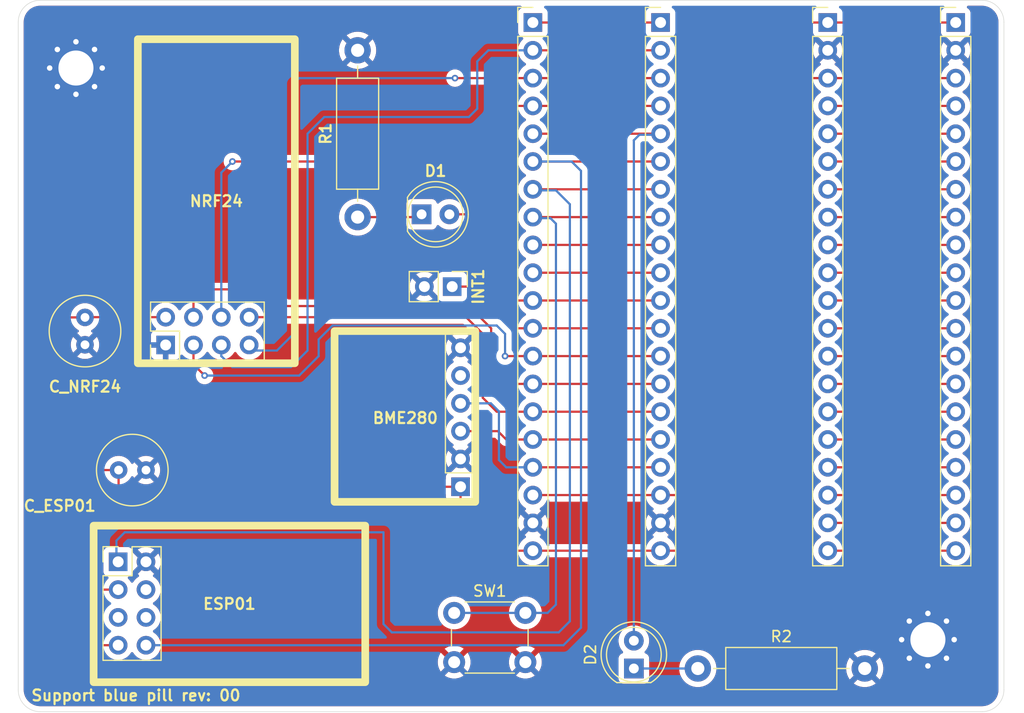
<source format=kicad_pcb>
(kicad_pcb (version 20241229) (generator "pcbnew") (generator_version "9.0")
  (layers (0 "F.Cu" signal) (2 "B.Cu" signal) (13 "F.Paste" user) (15 "B.Paste" user) (5 "F.SilkS" user "F.Silkscreen") (7 "B.SilkS" user "B.Silkscreen") (1 "F.Mask" user) (3 "B.Mask" user) (25 "Edge.Cuts" user))
  (net 0 "")
  (net 1 "/B6")
  (net 2 "/A11")
  (net 3 "/B15")
  (net 4 "/B12")
  (net 5 "/A9")
  (net 6 "/A15")
  (net 7 "/B14")
  (net 8 "/GND")
  (net 9 "/B8")
  (net 10 "/B4")
  (net 11 "/+3V3")
  (net 12 "/B3")
  (net 13 "/+5V")
  (net 14 "/A12")
  (net 15 "/B9")
  (net 16 "/A8")
  (net 17 "/B7")
  (net 18 "/B5")
  (net 19 "/A10")
  (net 20 "/B13")
  (net 21 "/A3")
  (net 22 "/VB")
  (net 23 "/A6")
  (net 24 "/C14")
  (net 25 "/C13")
  (net 26 "/B1")
  (net 27 "/RST")
  (net 28 "/A7")
  (net 29 "/A0")
  (net 30 "/A5")
  (net 31 "/C15")
  (net 32 "/B11")
  (net 33 "/A1")
  (net 34 "/B0")
  (net 35 "/A2")
  (net 36 "/B10")
  (net 37 "/A4")
  (net 39 "Net-(D1-K)")
  (net 43 "Net-(D2-K)")
  (footprint "Capacitor_THT:C_Radial_D6.3mm_H11.0mm_P2.50mm" (layer "F.Cu") (at 100 100 -90)
    (property "Reference" "C_NRF24" (at 6.33 0 180) (layer "F.SilkS") (effects (font (thickness 0.2) (bold yes))))
    (property "Value" "C_Polarized")
    (fp_circle (center 1.25 0) (end 4.52 0) (stroke (width 0.12)) (fill no) (layer "F.SilkS"))
    (pad "1" thru_hole circle (at 0 0 270) (size 1.6 1.6) (drill 0.8) (layers "*.Cu" "*.Mask") (net 11 "/+3V3"))
    (pad "2" thru_hole circle (at 2.5 0 270) (size 1.6 1.6) (drill 0.8) (layers "*.Cu" "*.Mask") (net 8 "/GND"))
  )
  (footprint "Connector_PinHeader_2.54mm:PinHeader_2x04_P2.54mm_Vertical" (layer "F.Cu") (at 107.366 102.52 90)
    (property "Reference" "NRF24" (at 13.136 4.627 180) (layer "F.SilkS") (effects (font (thickness 0.2) (bold yes))))
    (property "Value" "Conn_02x04_Odd_Even")
    (fp_line (start 3.92 -1.38) (end 3.92 9) (stroke (width 0.12)) (layer "F.SilkS"))
    (fp_line (start 1.27 -1.38) (end 3.92 -1.38) (stroke (width 0.12)) (layer "F.SilkS"))
    (fp_line (start -1.38 -1.38) (end 0 -1.38) (stroke (width 0.12)) (layer "F.SilkS"))
    (fp_line (start -1.38 0) (end -1.38 -1.38) (stroke (width 0.12)) (layer "F.SilkS"))
    (fp_line (start 1.27 1.27) (end 1.27 -1.38) (stroke (width 0.12)) (layer "F.SilkS"))
    (fp_line (start -1.38 1.27) (end 1.27 1.27) (stroke (width 0.12)) (layer "F.SilkS"))
    (fp_line (start -1.38 1.27) (end -1.38 9) (stroke (width 0.12)) (layer "F.SilkS"))
    (fp_line (start -1.38 9) (end 3.92 9) (stroke (width 0.12)) (layer "F.SilkS"))
    (pad "1" thru_hole rect (at 0 0 90) (size 1.7 1.7) (drill 1) (layers "*.Cu" "*.Mask") (net 8 "/GND"))
    (pad "2" thru_hole circle (at 2.54 0 90) (size 1.7 1.7) (drill 1) (layers "*.Cu" "*.Mask") (net 11 "/+3V3"))
    (pad "3" thru_hole circle (at 0 2.54 90) (size 1.7 1.7) (drill 1) (layers "*.Cu" "*.Mask") (net 18 "/B5"))
    (pad "4" thru_hole circle (at 2.54 2.54 90) (size 1.7 1.7) (drill 1) (layers "*.Cu" "*.Mask") (net 1 "/B6"))
    (pad "5" thru_hole circle (at 0 5.08 90) (size 1.7 1.7) (drill 1) (layers "*.Cu" "*.Mask") (net 20 "/B13"))
    (pad "6" thru_hole circle (at 2.54 5.08 90) (size 1.7 1.7) (drill 1) (layers "*.Cu" "*.Mask") (net 3 "/B15"))
    (pad "7" thru_hole circle (at 0 7.62 90) (size 1.7 1.7) (drill 1) (layers "*.Cu" "*.Mask") (net 7 "/B14"))
    (pad "8" thru_hole circle (at 2.54 7.62 90) (size 1.7 1.7) (drill 1) (layers "*.Cu" "*.Mask") (net 17 "/B7"))
  )
  (footprint "Capacitor_THT:C_Radial_D6.3mm_H11.0mm_P2.50mm" (layer "F.Cu") (at 105.568 113.95 180)
    (property "Reference" "C_ESP01" (at 7.874 -3.27 0) (layer "F.SilkS") (effects (font (thickness 0.2) (bold yes))))
    (property "Value" "C_Polarized")
    (fp_circle (center 1.25 0) (end 4.52 0) (stroke (width 0.12)) (fill no) (layer "F.SilkS"))
    (pad "1" thru_hole circle (at 0 0 180) (size 1.6 1.6) (drill 0.8) (layers "*.Cu" "*.Mask") (net 8 "/GND"))
    (pad "2" thru_hole circle (at 2.5 0 180) (size 1.6 1.6) (drill 0.8) (layers "*.Cu" "*.Mask") (net 11 "/+3V3"))
  )
  (footprint "Connector_PinHeader_2.54mm:PinHeader_1x20_P2.54mm_Vertical" (layer "F.Cu") (at 140.894 73.056)
    (property "Reference" "test_pin1" (hide yes))
    (property "Value" "Conn_01x20_Pin")
    (fp_line (start -1.38 -1.38) (end 0 -1.38) (stroke (width 0.12)) (layer "F.SilkS"))
    (fp_line (start -1.38 0) (end -1.38 -1.38) (stroke (width 0.12)) (layer "F.SilkS"))
    (fp_line (start -1.38 1.27) (end -1.38 49.64) (stroke (width 0.12)) (layer "F.SilkS"))
    (fp_line (start -1.38 1.27) (end 1.38 1.27) (stroke (width 0.12)) (layer "F.SilkS"))
    (fp_line (start -1.38 49.64) (end 1.38 49.64) (stroke (width 0.12)) (layer "F.SilkS"))
    (fp_line (start 1.38 1.27) (end 1.38 49.64) (stroke (width 0.12)) (layer "F.SilkS"))
    (pad "1" thru_hole rect (at 0 0) (size 1.7 1.7) (drill 1) (layers "*.Cu" "*.Mask") (net 4 "/B12"))
    (pad "2" thru_hole circle (at 0 2.54) (size 1.7 1.7) (drill 1) (layers "*.Cu" "*.Mask") (net 20 "/B13"))
    (pad "3" thru_hole circle (at 0 5.08) (size 1.7 1.7) (drill 1) (layers "*.Cu" "*.Mask") (net 7 "/B14"))
    (pad "4" thru_hole circle (at 0 7.62) (size 1.7 1.7) (drill 1) (layers "*.Cu" "*.Mask") (net 3 "/B15"))
    (pad "5" thru_hole circle (at 0 10.16) (size 1.7 1.7) (drill 1) (layers "*.Cu" "*.Mask") (net 16 "/A8"))
    (pad "6" thru_hole circle (at 0 12.7) (size 1.7 1.7) (drill 1) (layers "*.Cu" "*.Mask") (net 5 "/A9"))
    (pad "7" thru_hole circle (at 0 15.24) (size 1.7 1.7) (drill 1) (layers "*.Cu" "*.Mask") (net 19 "/A10"))
    (pad "8" thru_hole circle (at 0 17.78) (size 1.7 1.7) (drill 1) (layers "*.Cu" "*.Mask") (net 2 "/A11"))
    (pad "9" thru_hole circle (at 0 20.32) (size 1.7 1.7) (drill 1) (layers "*.Cu" "*.Mask") (net 14 "/A12"))
    (pad "10" thru_hole circle (at 0 22.86) (size 1.7 1.7) (drill 1) (layers "*.Cu" "*.Mask") (net 6 "/A15"))
    (pad "11" thru_hole circle (at 0 25.4) (size 1.7 1.7) (drill 1) (layers "*.Cu" "*.Mask") (net 12 "/B3"))
    (pad "12" thru_hole circle (at 0 27.94) (size 1.7 1.7) (drill 1) (layers "*.Cu" "*.Mask") (net 10 "/B4"))
    (pad "13" thru_hole circle (at 0 30.48) (size 1.7 1.7) (drill 1) (layers "*.Cu" "*.Mask") (net 18 "/B5"))
    (pad "14" thru_hole circle (at 0 33.02) (size 1.7 1.7) (drill 1) (layers "*.Cu" "*.Mask") (net 1 "/B6"))
    (pad "15" thru_hole circle (at 0 35.56) (size 1.7 1.7) (drill 1) (layers "*.Cu" "*.Mask") (net 17 "/B7"))
    (pad "16" thru_hole circle (at 0 38.1) (size 1.7 1.7) (drill 1) (layers "*.Cu" "*.Mask") (net 9 "/B8"))
    (pad "17" thru_hole circle (at 0 40.64) (size 1.7 1.7) (drill 1) (layers "*.Cu" "*.Mask") (net 15 "/B9"))
    (pad "18" thru_hole circle (at 0 43.18) (size 1.7 1.7) (drill 1) (layers "*.Cu" "*.Mask") (net 13 "/+5V"))
    (pad "19" thru_hole circle (at 0 45.72) (size 1.7 1.7) (drill 1) (layers "*.Cu" "*.Mask") (net 8 "/GND"))
    (pad "20" thru_hole circle (at 0 48.26) (size 1.7 1.7) (drill 1) (layers "*.Cu" "*.Mask") (net 11 "/+3V3"))
  )
  (footprint "MountingHole:MountingHole_3.2mm_M3_Pad_Via" (layer "F.Cu") (at 176.962 129.444)
    (property "Reference" "H2" (hide yes))
    (property "Value" "MountingHole_Pad")
    (pad "1" thru_hole circle (at -2.4 0) (size 0.8 0.8) (drill 0.5) (layers "*.Cu" "*.Mask") (net 8 "/GND"))
    (pad "1" thru_hole circle (at -1.697056 -1.697056) (size 0.8 0.8) (drill 0.5) (layers "*.Cu" "*.Mask") (net 8 "/GND"))
    (pad "1" thru_hole circle (at -1.697056 1.697056) (size 0.8 0.8) (drill 0.5) (layers "*.Cu" "*.Mask") (net 8 "/GND"))
    (pad "1" thru_hole circle (at 0 -2.4) (size 0.8 0.8) (drill 0.5) (layers "*.Cu" "*.Mask") (net 8 "/GND"))
    (pad "1" thru_hole circle (at 0 0) (size 6.4 6.4) (drill 3.2) (layers "*.Cu" "*.Mask") (net 8 "/GND"))
    (pad "1" thru_hole circle (at 0 2.4) (size 0.8 0.8) (drill 0.5) (layers "*.Cu" "*.Mask") (net 8 "/GND"))
    (pad "1" thru_hole circle (at 1.697056 -1.697056) (size 0.8 0.8) (drill 0.5) (layers "*.Cu" "*.Mask") (net 8 "/GND"))
    (pad "1" thru_hole circle (at 1.697056 1.697056) (size 0.8 0.8) (drill 0.5) (layers "*.Cu" "*.Mask") (net 8 "/GND"))
    (pad "1" thru_hole circle (at 2.4 0) (size 0.8 0.8) (drill 0.5) (layers "*.Cu" "*.Mask") (net 8 "/GND"))
  )
  (footprint "Resistor_THT:R_Axial_DIN0411_L9.9mm_D3.6mm_P15.24mm_Horizontal" (layer "F.Cu") (at 155.956 132.08)
    (property "Reference" "R2" (at 7.62 -2.92 0) (layer "F.SilkS"))
    (property "Value" "R")
    (fp_line (start 1.44 0) (end 2.55 0) (stroke (width 0.12)) (layer "F.SilkS"))
    (fp_line (start 13.8 0) (end 12.69 0) (stroke (width 0.12)) (layer "F.SilkS"))
    (fp_rect (start 2.55 -1.92) (end 12.69 1.92) (stroke (width 0.12)) (fill no) (layer "F.SilkS"))
    (pad "1" thru_hole circle (at 0 0) (size 2.4 2.4) (drill 1.2) (layers "*.Cu" "*.Mask") (net 43 "Net-(D2-K)"))
    (pad "2" thru_hole circle (at 15.24 0) (size 2.4 2.4) (drill 1.2) (layers "*.Cu" "*.Mask") (net 8 "/GND"))
  )
  (footprint "Connector_PinHeader_2.54mm:PinHeader_1x02_P2.54mm_Vertical" (layer "F.Cu") (at 133.528 97.186 -90)
    (property "Reference" "INT1" (at 0 -2.38 90) (layer "F.SilkS") (effects (font (thickness 0.2) (bold yes))))
    (property "Value" "Conn_01x02_Pin")
    (fp_line (start -1.38 3.92) (end 1.38 3.92) (stroke (width 0.12)) (layer "F.SilkS"))
    (fp_line (start -1.38 1.27) (end -1.38 3.92) (stroke (width 0.12)) (layer "F.SilkS"))
    (fp_line (start -1.38 1.27) (end 1.38 1.27) (stroke (width 0.12)) (layer "F.SilkS"))
    (fp_line (start 1.38 1.27) (end 1.38 3.92) (stroke (width 0.12)) (layer "F.SilkS"))
    (fp_line (start -1.38 0) (end -1.38 -1.38) (stroke (width 0.12)) (layer "F.SilkS"))
    (fp_line (start -1.38 -1.38) (end 0 -1.38) (stroke (width 0.12)) (layer "F.SilkS"))
    (pad "1" thru_hole rect (at 0 0 270) (size 1.7 1.7) (drill 1) (layers "*.Cu" "*.Mask") (net 10 "/B4"))
    (pad "2" thru_hole circle (at 0 2.54 270) (size 1.7 1.7) (drill 1) (layers "*.Cu" "*.Mask") (net 8 "/GND"))
  )
  (footprint "MountingHole:MountingHole_3.2mm_M3_Pad_Via" (layer "F.Cu") (at 99.174 77.216)
    (property "Reference" "H1" (hide yes))
    (property "Value" "MountingHole_Pad")
    (pad "1" thru_hole circle (at -2.4 0) (size 0.8 0.8) (drill 0.5) (layers "*.Cu" "*.Mask") (net 8 "/GND"))
    (pad "1" thru_hole circle (at -1.697056 -1.697056) (size 0.8 0.8) (drill 0.5) (layers "*.Cu" "*.Mask") (net 8 "/GND"))
    (pad "1" thru_hole circle (at -1.697056 1.697056) (size 0.8 0.8) (drill 0.5) (layers "*.Cu" "*.Mask") (net 8 "/GND"))
    (pad "1" thru_hole circle (at 0 -2.4) (size 0.8 0.8) (drill 0.5) (layers "*.Cu" "*.Mask") (net 8 "/GND"))
    (pad "1" thru_hole circle (at 0 0) (size 6.4 6.4) (drill 3.2) (layers "*.Cu" "*.Mask") (net 8 "/GND"))
    (pad "1" thru_hole circle (at 0 2.4) (size 0.8 0.8) (drill 0.5) (layers "*.Cu" "*.Mask") (net 8 "/GND"))
    (pad "1" thru_hole circle (at 1.697056 -1.697056) (size 0.8 0.8) (drill 0.5) (layers "*.Cu" "*.Mask") (net 8 "/GND"))
    (pad "1" thru_hole circle (at 1.697056 1.697056) (size 0.8 0.8) (drill 0.5) (layers "*.Cu" "*.Mask") (net 8 "/GND"))
    (pad "1" thru_hole circle (at 2.4 0) (size 0.8 0.8) (drill 0.5) (layers "*.Cu" "*.Mask") (net 8 "/GND"))
  )
  (footprint "Resistor_THT:R_Axial_DIN0411_L9.9mm_D3.6mm_P15.24mm_Horizontal" (layer "F.Cu") (at 124.892 90.836 90)
    (property "Reference" "R1" (at 7.62 -2.92 90) (layer "F.SilkS") (effects (font (thickness 0.2) (bold yes))))
    (property "Value" "R")
    (fp_line (start 13.8 0) (end 12.69 0) (stroke (width 0.12)) (layer "F.SilkS"))
    (fp_line (start 1.44 0) (end 2.55 0) (stroke (width 0.12)) (layer "F.SilkS"))
    (fp_rect (start 2.55 -1.92) (end 12.69 1.92) (stroke (width 0.12)) (fill no) (layer "F.SilkS"))
    (pad "1" thru_hole circle (at 0 0 90) (size 2.4 2.4) (drill 1.2) (layers "*.Cu" "*.Mask") (net 39 "Net-(D1-K)"))
    (pad "2" thru_hole circle (at 15.24 0 90) (size 2.4 2.4) (drill 1.2) (layers "*.Cu" "*.Mask") (net 8 "/GND"))
  )
  (footprint "Connector_PinHeader_2.54mm:PinHeader_1x20_P2.54mm_Vertical" (layer "F.Cu") (at 179.502 73.056)
    (property "Reference" "test_pin2" (hide yes))
    (property "Value" "Conn_01x20_Pin")
    (fp_line (start -1.38 -1.38) (end 0 -1.38) (stroke (width 0.12)) (layer "F.SilkS"))
    (fp_line (start -1.38 0) (end -1.38 -1.38) (stroke (width 0.12)) (layer "F.SilkS"))
    (fp_line (start -1.38 1.27) (end -1.38 49.64) (stroke (width 0.12)) (layer "F.SilkS"))
    (fp_line (start -1.38 1.27) (end 1.38 1.27) (stroke (width 0.12)) (layer "F.SilkS"))
    (fp_line (start -1.38 49.64) (end 1.38 49.64) (stroke (width 0.12)) (layer "F.SilkS"))
    (fp_line (start 1.38 1.27) (end 1.38 49.64) (stroke (width 0.12)) (layer "F.SilkS"))
    (pad "1" thru_hole rect (at 0 0) (size 1.7 1.7) (drill 1) (layers "*.Cu" "*.Mask") (net 13 "/+5V"))
    (pad "2" thru_hole circle (at 0 2.54) (size 1.7 1.7) (drill 1) (layers "*.Cu" "*.Mask") (net 8 "/GND"))
    (pad "3" thru_hole circle (at 0 5.08) (size 1.7 1.7) (drill 1) (layers "*.Cu" "*.Mask") (net 11 "/+3V3"))
    (pad "4" thru_hole circle (at 0 7.62) (size 1.7 1.7) (drill 1) (layers "*.Cu" "*.Mask") (net 27 "/RST"))
    (pad "5" thru_hole circle (at 0 10.16) (size 1.7 1.7) (drill 1) (layers "*.Cu" "*.Mask") (net 32 "/B11"))
    (pad "6" thru_hole circle (at 0 12.7) (size 1.7 1.7) (drill 1) (layers "*.Cu" "*.Mask") (net 36 "/B10"))
    (pad "7" thru_hole circle (at 0 15.24) (size 1.7 1.7) (drill 1) (layers "*.Cu" "*.Mask") (net 26 "/B1"))
    (pad "8" thru_hole circle (at 0 17.78) (size 1.7 1.7) (drill 1) (layers "*.Cu" "*.Mask") (net 34 "/B0"))
    (pad "9" thru_hole circle (at 0 20.32) (size 1.7 1.7) (drill 1) (layers "*.Cu" "*.Mask") (net 28 "/A7"))
    (pad "10" thru_hole circle (at 0 22.86) (size 1.7 1.7) (drill 1) (layers "*.Cu" "*.Mask") (net 23 "/A6"))
    (pad "11" thru_hole circle (at 0 25.4) (size 1.7 1.7) (drill 1) (layers "*.Cu" "*.Mask") (net 30 "/A5"))
    (pad "12" thru_hole circle (at 0 27.94) (size 1.7 1.7) (drill 1) (layers "*.Cu" "*.Mask") (net 37 "/A4"))
    (pad "13" thru_hole circle (at 0 30.48) (size 1.7 1.7) (drill 1) (layers "*.Cu" "*.Mask") (net 21 "/A3"))
    (pad "14" thru_hole circle (at 0 33.02) (size 1.7 1.7) (drill 1) (layers "*.Cu" "*.Mask") (net 35 "/A2"))
    (pad "15" thru_hole circle (at 0 35.56) (size 1.7 1.7) (drill 1) (layers "*.Cu" "*.Mask") (net 33 "/A1"))
    (pad "16" thru_hole circle (at 0 38.1) (size 1.7 1.7) (drill 1) (layers "*.Cu" "*.Mask") (net 29 "/A0"))
    (pad "17" thru_hole circle (at 0 40.64) (size 1.7 1.7) (drill 1) (layers "*.Cu" "*.Mask") (net 31 "/C15"))
    (pad "18" thru_hole circle (at 0 43.18) (size 1.7 1.7) (drill 1) (layers "*.Cu" "*.Mask") (net 24 "/C14"))
    (pad "19" thru_hole circle (at 0 45.72) (size 1.7 1.7) (drill 1) (layers "*.Cu" "*.Mask") (net 25 "/C13"))
    (pad "20" thru_hole circle (at 0 48.26) (size 1.7 1.7) (drill 1) (layers "*.Cu" "*.Mask") (net 22 "/VB"))
  )
  (footprint "Button_Switch_THT:SW_PUSH_6mm_H5mm" (layer "F.Cu") (at 133.708 127)
    (property "Reference" "SW1" (at 3.25 -2 0) (layer "F.SilkS"))
    (property "Value" "SW_Push")
    (fp_line (start -0.25 1.5) (end -0.25 3) (stroke (width 0.12)) (layer "F.SilkS"))
    (fp_line (start 1 5.5) (end 5.5 5.5) (stroke (width 0.12)) (layer "F.SilkS"))
    (fp_line (start 5.5 -1) (end 1 -1) (stroke (width 0.12)) (layer "F.SilkS"))
    (fp_line (start 6.75 3) (end 6.75 1.5) (stroke (width 0.12)) (layer "F.SilkS"))
    (pad "1" thru_hole circle (at 0 0 90) (size 2 2) (drill 1.1) (layers "*.Cu" "*.Mask") (net 2 "/A11"))
    (pad "1" thru_hole circle (at 6.5 0 90) (size 2 2) (drill 1.1) (layers "*.Cu" "*.Mask") (net 2 "/A11"))
    (pad "2" thru_hole circle (at 0 4.5 90) (size 2 2) (drill 1.1) (layers "*.Cu" "*.Mask") (net 8 "/GND"))
    (pad "2" thru_hole circle (at 6.5 4.5 90) (size 2 2) (drill 1.1) (layers "*.Cu" "*.Mask") (net 8 "/GND"))
  )
  (footprint "Connector_PinHeader_2.54mm:PinHeader_1x20_P2.54mm_Vertical" (layer "F.Cu") (at 167.818 73.056)
    (property "Reference" "blue_pill_pin2" (hide yes))
    (property "Value" "Conn_01x20_Pin")
    (fp_line (start -1.38 -1.38) (end 0 -1.38) (stroke (width 0.12)) (layer "F.SilkS"))
    (fp_line (start -1.38 0) (end -1.38 -1.38) (stroke (width 0.12)) (layer "F.SilkS"))
    (fp_line (start -1.38 1.27) (end -1.38 49.64) (stroke (width 0.12)) (layer "F.SilkS"))
    (fp_line (start -1.38 1.27) (end 1.38 1.27) (stroke (width 0.12)) (layer "F.SilkS"))
    (fp_line (start -1.38 49.64) (end 1.38 49.64) (stroke (width 0.12)) (layer "F.SilkS"))
    (fp_line (start 1.38 1.27) (end 1.38 49.64) (stroke (width 0.12)) (layer "F.SilkS"))
    (pad "1" thru_hole rect (at 0 0) (size 1.7 1.7) (drill 1) (layers "*.Cu" "*.Mask") (net 13 "/+5V"))
    (pad "2" thru_hole circle (at 0 2.54) (size 1.7 1.7) (drill 1) (layers "*.Cu" "*.Mask") (net 8 "/GND"))
    (pad "3" thru_hole circle (at 0 5.08) (size 1.7 1.7) (drill 1) (layers "*.Cu" "*.Mask") (net 11 "/+3V3"))
    (pad "4" thru_hole circle (at 0 7.62) (size 1.7 1.7) (drill 1) (layers "*.Cu" "*.Mask") (net 27 "/RST"))
    (pad "5" thru_hole circle (at 0 10.16) (size 1.7 1.7) (drill 1) (layers "*.Cu" "*.Mask") (net 32 "/B11"))
    (pad "6" thru_hole circle (at 0 12.7) (size 1.7 1.7) (drill 1) (layers "*.Cu" "*.Mask") (net 36 "/B10"))
    (pad "7" thru_hole circle (at 0 15.24) (size 1.7 1.7) (drill 1) (layers "*.Cu" "*.Mask") (net 26 "/B1"))
    (pad "8" thru_hole circle (at 0 17.78) (size 1.7 1.7) (drill 1) (layers "*.Cu" "*.Mask") (net 34 "/B0"))
    (pad "9" thru_hole circle (at 0 20.32) (size 1.7 1.7) (drill 1) (layers "*.Cu" "*.Mask") (net 28 "/A7"))
    (pad "10" thru_hole circle (at 0 22.86) (size 1.7 1.7) (drill 1) (layers "*.Cu" "*.Mask") (net 23 "/A6"))
    (pad "11" thru_hole circle (at 0 25.4) (size 1.7 1.7) (drill 1) (layers "*.Cu" "*.Mask") (net 30 "/A5"))
    (pad "12" thru_hole circle (at 0 27.94) (size 1.7 1.7) (drill 1) (layers "*.Cu" "*.Mask") (net 37 "/A4"))
    (pad "13" thru_hole circle (at 0 30.48) (size 1.7 1.7) (drill 1) (layers "*.Cu" "*.Mask") (net 21 "/A3"))
    (pad "14" thru_hole circle (at 0 33.02) (size 1.7 1.7) (drill 1) (layers "*.Cu" "*.Mask") (net 35 "/A2"))
    (pad "15" thru_hole circle (at 0 35.56) (size 1.7 1.7) (drill 1) (layers "*.Cu" "*.Mask") (net 33 "/A1"))
    (pad "16" thru_hole circle (at 0 38.1) (size 1.7 1.7) (drill 1) (layers "*.Cu" "*.Mask") (net 29 "/A0"))
    (pad "17" thru_hole circle (at 0 40.64) (size 1.7 1.7) (drill 1) (layers "*.Cu" "*.Mask") (net 31 "/C15"))
    (pad "18" thru_hole circle (at 0 43.18) (size 1.7 1.7) (drill 1) (layers "*.Cu" "*.Mask") (net 24 "/C14"))
    (pad "19" thru_hole circle (at 0 45.72) (size 1.7 1.7) (drill 1) (layers "*.Cu" "*.Mask") (net 25 "/C13"))
    (pad "20" thru_hole circle (at 0 48.26) (size 1.7 1.7) (drill 1) (layers "*.Cu" "*.Mask") (net 22 "/VB"))
  )
  (footprint "LED_THT:LED_D5.0mm" (layer "F.Cu") (at 130.734 90.582)
    (property "Reference" "D1" (at 1.27 -3.96 0) (layer "F.SilkS") (effects (font (thickness 0.2) (bold yes))))
    (property "Value" "LED")
    (fp_line (start -1.29 -1.545) (end -1.29 1.545) (stroke (width 0.12)) (layer "F.SilkS"))
    (fp_arc (start -1.29 -1.54483) (mid 2.071779 -2.880495) (end 4.26 0) (stroke (width 0.12)) (layer "F.SilkS"))
    (fp_arc (start 4.26 0) (mid 2.071779 2.880495) (end -1.29 1.54483) (stroke (width 0.12)) (layer "F.SilkS"))
    (fp_circle (center 1.27 0) (end 3.77 0) (stroke (width 0.12)) (fill no) (layer "F.SilkS"))
    (pad "1" thru_hole rect (at 0 0) (size 1.8 1.8) (drill 0.9) (layers "*.Cu" "*.Mask") (net 39 "Net-(D1-K)"))
    (pad "2" thru_hole circle (at 2.54 0) (size 1.8 1.8) (drill 0.9) (layers "*.Cu" "*.Mask") (net 12 "/B3"))
  )
  (footprint "Connector_PinHeader_2.54mm:PinHeader_1x20_P2.54mm_Vertical" (layer "F.Cu") (at 152.5526 73.056)
    (property "Reference" "blue_pill_pin1" (hide yes))
    (property "Value" "Conn_01x20_Pin")
    (fp_line (start -1.38 -1.38) (end 0 -1.38) (stroke (width 0.12)) (layer "F.SilkS"))
    (fp_line (start -1.38 0) (end -1.38 -1.38) (stroke (width 0.12)) (layer "F.SilkS"))
    (fp_line (start -1.38 1.27) (end -1.38 49.64) (stroke (width 0.12)) (layer "F.SilkS"))
    (fp_line (start -1.38 1.27) (end 1.38 1.27) (stroke (width 0.12)) (layer "F.SilkS"))
    (fp_line (start -1.38 49.64) (end 1.38 49.64) (stroke (width 0.12)) (layer "F.SilkS"))
    (fp_line (start 1.38 1.27) (end 1.38 49.64) (stroke (width 0.12)) (layer "F.SilkS"))
    (pad "1" thru_hole rect (at 0 0) (size 1.7 1.7) (drill 1) (layers "*.Cu" "*.Mask") (net 4 "/B12"))
    (pad "2" thru_hole circle (at 0 2.54) (size 1.7 1.7) (drill 1) (layers "*.Cu" "*.Mask") (net 20 "/B13"))
    (pad "3" thru_hole circle (at 0 5.08) (size 1.7 1.7) (drill 1) (layers "*.Cu" "*.Mask") (net 7 "/B14"))
    (pad "4" thru_hole circle (at 0 7.62) (size 1.7 1.7) (drill 1) (layers "*.Cu" "*.Mask") (net 3 "/B15"))
    (pad "5" thru_hole circle (at 0 10.16) (size 1.7 1.7) (drill 1) (layers "*.Cu" "*.Mask") (net 16 "/A8"))
    (pad "6" thru_hole circle (at 0 12.7) (size 1.7 1.7) (drill 1) (layers "*.Cu" "*.Mask") (net 5 "/A9"))
    (pad "7" thru_hole circle (at 0 15.24) (size 1.7 1.7) (drill 1) (layers "*.Cu" "*.Mask") (net 19 "/A10"))
    (pad "8" thru_hole circle (at 0 17.78) (size 1.7 1.7) (drill 1) (layers "*.Cu" "*.Mask") (net 2 "/A11"))
    (pad "9" thru_hole circle (at 0 20.32) (size 1.7 1.7) (drill 1) (layers "*.Cu" "*.Mask") (net 14 "/A12"))
    (pad "10" thru_hole circle (at 0 22.86) (size 1.7 1.7) (drill 1) (layers "*.Cu" "*.Mask") (net 6 "/A15"))
    (pad "11" thru_hole circle (at 0 25.4) (size 1.7 1.7) (drill 1) (layers "*.Cu" "*.Mask") (net 12 "/B3"))
    (pad "12" thru_hole circle (at 0 27.94) (size 1.7 1.7) (drill 1) (layers "*.Cu" "*.Mask") (net 10 "/B4"))
    (pad "13" thru_hole circle (at 0 30.48) (size 1.7 1.7) (drill 1) (layers "*.Cu" "*.Mask") (net 18 "/B5"))
    (pad "14" thru_hole circle (at 0 33.02) (size 1.7 1.7) (drill 1) (layers "*.Cu" "*.Mask") (net 1 "/B6"))
    (pad "15" thru_hole circle (at 0 35.56) (size 1.7 1.7) (drill 1) (layers "*.Cu" "*.Mask") (net 17 "/B7"))
    (pad "16" thru_hole circle (at 0 38.1) (size 1.7 1.7) (drill 1) (layers "*.Cu" "*.Mask") (net 9 "/B8"))
    (pad "17" thru_hole circle (at 0 40.64) (size 1.7 1.7) (drill 1) (layers "*.Cu" "*.Mask") (net 15 "/B9"))
    (pad "18" thru_hole circle (at 0 43.18) (size 1.7 1.7) (drill 1) (layers "*.Cu" "*.Mask") (net 13 "/+5V"))
    (pad "19" thru_hole circle (at 0 45.72) (size 1.7 1.7) (drill 1) (layers "*.Cu" "*.Mask") (net 8 "/GND"))
    (pad "20" thru_hole circle (at 0 48.26) (size 1.7 1.7) (drill 1) (layers "*.Cu" "*.Mask") (net 11 "/+3V3"))
  )
  (footprint "Connector_PinHeader_2.54mm:PinHeader_1x06_P2.54mm_Vertical" (layer "F.Cu") (at 134.29 115.474 180)
    (property "Reference" "BME280" (at 5.042 6.278 0) (layer "F.SilkS") (effects (font (thickness 0.2) (bold yes))))
    (property "Value" "Conn_01x06_Pin")
    (fp_line (start 1.38 1.27) (end 1.38 14.08) (stroke (width 0.12)) (layer "F.SilkS"))
    (fp_line (start -1.38 14.08) (end 1.38 14.08) (stroke (width 0.12)) (layer "F.SilkS"))
    (fp_line (start -1.38 1.27) (end 1.38 1.27) (stroke (width 0.12)) (layer "F.SilkS"))
    (fp_line (start -1.38 1.27) (end -1.38 14.08) (stroke (width 0.12)) (layer "F.SilkS"))
    (fp_line (start -1.38 0) (end -1.38 -1.38) (stroke (width 0.12)) (layer "F.SilkS"))
    (fp_line (start -1.38 -1.38) (end 0 -1.38) (stroke (width 0.12)) (layer "F.SilkS"))
    (pad "1" thru_hole rect (at 0 0 180) (size 1.7 1.7) (drill 1) (layers "*.Cu" "*.Mask") (net 11 "/+3V3"))
    (pad "2" thru_hole circle (at 0 2.54 180) (size 1.7 1.7) (drill 1) (layers "*.Cu" "*.Mask") (net 8 "/GND"))
    (pad "3" thru_hole circle (at 0 5.08 180) (size 1.7 1.7) (drill 1) (layers "*.Cu" "*.Mask") (net 9 "/B8"))
    (pad "4" thru_hole circle (at 0 7.62 180) (size 1.7 1.7) (drill 1) (layers "*.Cu" "*.Mask") (net 15 "/B9"))
    (pad "5" thru_hole circle (at 0 10.16 180) (size 1.7 1.7) (drill 1) (layers "*.Cu" "*.Mask"))
    (pad "6" thru_hole circle (at 0 12.7 180) (size 1.7 1.7) (drill 1) (layers "*.Cu" "*.Mask") (net 8 "/GND"))
  )
  (footprint "LED_THT:LED_D5.0mm" (layer "F.Cu") (at 150.114 132.08 90)
    (property "Reference" "D2" (at 1.27 -3.96 90) (layer "F.SilkS"))
    (property "Value" "LED")
    (fp_line (start -1.29 -1.545) (end -1.29 1.545) (stroke (width 0.12)) (layer "F.SilkS"))
    (fp_arc (start -1.29 -1.54483) (mid 2.071779 -2.880495) (end 4.26 0) (stroke (width 0.12)) (layer "F.SilkS"))
    (fp_arc (start 4.26 0) (mid 2.071779 2.880495) (end -1.29 1.54483) (stroke (width 0.12)) (layer "F.SilkS"))
    (fp_circle (center 1.27 0) (end 3.77 0) (stroke (width 0.12)) (fill no) (layer "F.SilkS"))
    (pad "1" thru_hole rect (at 0 0 90) (size 1.8 1.8) (drill 0.9) (layers "*.Cu" "*.Mask") (net 43 "Net-(D2-K)"))
    (pad "2" thru_hole circle (at 2.54 0 90) (size 1.8 1.8) (drill 0.9) (layers "*.Cu" "*.Mask") (net 16 "/A8"))
  )
  (footprint "Connector_PinHeader_2.54mm:PinHeader_2x04_P2.54mm_Vertical" (layer "F.Cu") (at 103.028 122.332)
    (property "Reference" "ESP01" (at 10.16 3.848 0) (layer "F.SilkS") (effects (font (thickness 0.2) (bold yes))))
    (property "Value" "Conn_02x04_Odd_Even")
    (fp_line (start -1.38 -1.38) (end 0 -1.38) (stroke (width 0.12)) (layer "F.SilkS"))
    (fp_line (start -1.38 0) (end -1.38 -1.38) (stroke (width 0.12)) (layer "F.SilkS"))
    (fp_line (start -1.38 1.27) (end -1.38 9) (stroke (width 0.12)) (layer "F.SilkS"))
    (fp_line (start -1.38 1.27) (end 1.27 1.27) (stroke (width 0.12)) (layer "F.SilkS"))
    (fp_line (start -1.38 9) (end 3.92 9) (stroke (width 0.12)) (layer "F.SilkS"))
    (fp_line (start 1.27 -1.38) (end 3.92 -1.38) (stroke (width 0.12)) (layer "F.SilkS"))
    (fp_line (start 1.27 1.27) (end 1.27 -1.38) (stroke (width 0.12)) (layer "F.SilkS"))
    (fp_line (start 3.92 -1.38) (end 3.92 9) (stroke (width 0.12)) (layer "F.SilkS"))
    (pad "1" thru_hole rect (at 0 0) (size 1.7 1.7) (drill 1) (layers "*.Cu" "*.Mask") (net 19 "/A10"))
    (pad "2" thru_hole circle (at 2.54 0) (size 1.7 1.7) (drill 1) (layers "*.Cu" "*.Mask") (net 8 "/GND"))
    (pad "3" thru_hole circle (at 0 2.54) (size 1.7 1.7) (drill 1) (layers "*.Cu" "*.Mask") (net 11 "/+3V3"))
    (pad "4" thru_hole circle (at 2.54 2.54) (size 1.7 1.7) (drill 1) (layers "*.Cu" "*.Mask"))
    (pad "5" thru_hole circle (at 0 5.08) (size 1.7 1.7) (drill 1) (layers "*.Cu" "*.Mask"))
    (pad "6" thru_hole circle (at 2.54 5.08) (size 1.7 1.7) (drill 1) (layers "*.Cu" "*.Mask"))
    (pad "7" thru_hole circle (at 0 7.62) (size 1.7 1.7) (drill 1) (layers "*.Cu" "*.Mask") (net 11 "/+3V3"))
    (pad "8" thru_hole circle (at 2.54 7.62) (size 1.7 1.7) (drill 1) (layers "*.Cu" "*.Mask") (net 5 "/A9"))
  )
  (gr_rect (start 122.788 101.25) (end 135.632 116.854) (stroke (width 0.7)) (fill no) (layer "F.SilkS"))
  (gr_rect (start 100.788 119.03) (end 125.588 133.33) (stroke (width 0.7)) (fill no) (layer "F.SilkS"))
  (gr_rect (start 104.826 74.58) (end 119.16 104.188) (stroke (width 0.7)) (fill no) (layer "F.SilkS"))
  (gr_line (start 95.904 71.024) (end 181.904 71.024) (stroke (width 0.05)) (layer "Edge.Cuts"))
  (gr_line (start 183.904 73.024) (end 183.904 134.024) (stroke (width 0.05)) (layer "Edge.Cuts"))
  (gr_line (start 93.904 134.024) (end 93.904 73.024) (stroke (width 0.05)) (layer "Edge.Cuts"))
  (gr_line (start 181.904 136.024) (end 95.904 136.024) (stroke (width 0.05)) (layer "Edge.Cuts"))
  (gr_arc (start 95.904 136.024) (mid 94.489786 135.438214) (end 93.904 134.024) (stroke (width 0.05)) (layer "Edge.Cuts"))
  (gr_arc (start 183.904 134.024) (mid 183.318214 135.438214) (end 181.904 136.024) (stroke (width 0.05)) (layer "Edge.Cuts"))
  (gr_arc (start 93.904 73.024) (mid 94.489786 71.609786) (end 95.904 71.024) (stroke (width 0.05)) (layer "Edge.Cuts"))
  (gr_arc (start 181.904 71.024) (mid 183.318214 71.609786) (end 183.904 73.024) (stroke (width 0.05)) (layer "Edge.Cuts"))
  (gr_text "Support blue pill rev: 00" (at 94.996 135.128 0) (layer "F.SilkS") (effects (font (size 1 1) (thickness 0.2) (bold yes)) (justify left bottom)))
  (segment (start 118.288 98.964) (end 135.052 98.964) (width 0.2) (layer "F.Cu") (net 1))
  (segment (start 116.764 97.44) (end 118.288 98.964) (width 0.2) (layer "F.Cu") (net 1))
  (segment (start 109.906 98.202) (end 110.668 97.44) (width 0.2) (layer "F.Cu") (net 1))
  (segment (start 152.5526 106.076) (end 140.894 106.076) (width 0.2) (layer "F.Cu") (net 1))
  (segment (start 109.906 99.98) (end 109.906 98.202) (width 0.2) (layer "F.Cu") (net 1))
  (segment (start 135.052 98.964) (end 137.084 100.996) (width 0.2) (layer "F.Cu") (net 1))
  (segment (start 137.084 105.314) (end 137.846 106.076) (width 0.2) (layer "F.Cu") (net 1))
  (segment (start 137.084 100.996) (end 137.084 105.314) (width 0.2) (layer "F.Cu") (net 1))
  (segment (start 137.846 106.076) (end 140.894 106.076) (width 0.2) (layer "F.Cu") (net 1))
  (segment (start 110.668 97.44) (end 116.764 97.44) (width 0.2) (layer "F.Cu") (net 1))
  (segment (start 152.5526 90.836) (end 140.894 90.836) (width 0.2) (layer "F.Cu") (net 2))
  (segment (start 143.002 91.44) (end 142.494 90.932) (width 0.2) (layer "B.Cu") (net 2))
  (segment (start 143.002 126.238) (end 143.002 91.44) (width 0.2) (layer "B.Cu") (net 2))
  (segment (start 142.24 127) (end 143.002 126.238) (width 0.2) (layer "B.Cu") (net 2))
  (segment (start 140.99 90.932) (end 140.894 90.836) (width 0.2) (layer "B.Cu") (net 2))
  (segment (start 140.208 127) (end 142.24 127) (width 0.2) (layer "B.Cu") (net 2))
  (segment (start 133.708 127) (end 140.208 127) (width 0.2) (layer "B.Cu") (net 2))
  (segment (start 142.494 90.932) (end 140.99 90.932) (width 0.2) (layer "B.Cu") (net 2))
  (segment (start 137.338 84.74) (end 137.338 81.438) (width 0.2) (layer "F.Cu") (net 3))
  (segment (start 138.1 80.676) (end 140.894 80.676) (width 0.2) (layer "F.Cu") (net 3))
  (segment (start 137.338 81.438) (end 138.1 80.676) (width 0.2) (layer "F.Cu") (net 3))
  (segment (start 152.5526 80.676) (end 140.894 80.676) (width 0.2) (layer "F.Cu") (net 3))
  (segment (start 136.322 85.756) (end 137.338 84.74) (width 0.2) (layer "F.Cu") (net 3))
  (segment (start 113.462 85.756) (end 136.322 85.756) (width 0.2) (layer "F.Cu") (net 3))
  (via (at 113.462 85.756) (size 0.6) (drill 0.3) (layers "F.Cu" "B.Cu") (net 3))
  (segment (start 112.446 99.98) (end 112.446 86.772) (width 0.2) (layer "B.Cu") (net 3))
  (segment (start 112.446 86.772) (end 113.462 85.756) (width 0.2) (layer "B.Cu") (net 3))
  (segment (start 152.5526 73.056) (end 140.894 73.056) (width 0.2) (layer "F.Cu") (net 4))
  (segment (start 152.5526 85.756) (end 140.894 85.756) (width 0.2) (layer "F.Cu") (net 5))
  (segment (start 105.568 129.952) (end 143.688 129.952) (width 0.2) (layer "B.Cu") (net 5))
  (segment (start 145.288 128.352) (end 145.288 86.614) (width 0.2) (layer "B.Cu") (net 5))
  (segment (start 143.688 129.952) (end 145.288 128.352) (width 0.2) (layer "B.Cu") (net 5))
  (segment (start 144.43 85.756) (end 140.894 85.756) (width 0.2) (layer "B.Cu") (net 5))
  (segment (start 145.288 86.614) (end 144.43 85.756) (width 0.2) (layer "B.Cu") (net 5))
  (segment (start 152.5526 95.916) (end 140.894 95.916) (width 0.2) (layer "F.Cu") (net 6))
  (segment (start 133.782 78.136) (end 140.894 78.136) (width 0.2) (layer "F.Cu") (net 7))
  (segment (start 140.894 78.136) (end 152.5526 78.136) (width 0.2) (layer "F.Cu") (net 7))
  (via (at 133.782 78.136) (size 0.6) (drill 0.3) (layers "F.Cu" "B.Cu") (net 7))
  (segment (start 119.05 78.644) (end 119.558 78.136) (width 0.2) (layer "B.Cu") (net 7))
  (segment (start 119.05 81.438) (end 119.05 78.644) (width 0.2) (layer "B.Cu") (net 7))
  (segment (start 115.494 103.028) (end 117.526 103.028) (width 0.2) (layer "B.Cu") (net 7))
  (segment (start 119.05 101.504) (end 119.05 81.438) (width 0.2) (layer "B.Cu") (net 7))
  (segment (start 117.526 103.028) (end 119.05 101.504) (width 0.2) (layer "B.Cu") (net 7))
  (segment (start 114.986 102.52) (end 115.494 103.028) (width 0.2) (layer "B.Cu") (net 7))
  (segment (start 119.558 78.136) (end 133.782 78.136) (width 0.2) (layer "B.Cu") (net 7))
  (segment (start 107.346 102.5) (end 107.366 102.52) (width 0.2) (layer "F.Cu") (net 8))
  (segment (start 137.699 110.394) (end 138.461 111.156) (width 0.2) (layer "F.Cu") (net 9))
  (segment (start 152.5526 111.156) (end 140.894 111.156) (width 0.2) (layer "F.Cu") (net 9))
  (segment (start 138.461 111.156) (end 140.894 111.156) (width 0.2) (layer "F.Cu") (net 9))
  (segment (start 134.29 110.394) (end 137.699 110.394) (width 0.2) (layer "F.Cu") (net 9))
  (segment (start 135.306 97.186) (end 139.116 100.996) (width 0.2) (layer "F.Cu") (net 10))
  (segment (start 152.5526 100.996) (end 140.894 100.996) (width 0.2) (layer "F.Cu") (net 10))
  (segment (start 139.116 100.996) (end 140.894 100.996) (width 0.2) (layer "F.Cu") (net 10))
  (segment (start 133.528 97.186) (end 135.306 97.186) (width 0.2) (layer "F.Cu") (net 10))
  (segment (start 103.556 116.998) (end 103.048 116.49) (width 0.2) (layer "F.Cu") (net 11))
  (segment (start 97.46 100.742) (end 97.46 111.41) (width 0.2) (layer "F.Cu") (net 11))
  (segment (start 110.414 116.998) (end 103.556 116.998) (width 0.2) (layer "F.Cu") (net 11))
  (segment (start 99.492 124.872) (end 99.238 125.126) (width 0.2) (layer "F.Cu") (net 11))
  (segment (start 100 100) (end 98.202 100) (width 0.2) (layer "F.Cu") (net 11))
  (segment (start 103.048 116.49) (end 103.068 116.47) (width 0.2) (layer "F.Cu") (net 11))
  (segment (start 103.068 116.47) (end 103.068 113.95) (width 0.2) (layer "F.Cu") (net 11))
  (segment (start 152.5526 121.316) (end 140.894 121.316) (width 0.2) (layer "F.Cu") (net 11))
  (segment (start 134.29 119.538) (end 136.068 121.316) (width 0.2) (layer "F.Cu") (net 11))
  (segment (start 164.262 79.406) (end 165.532 78.136) (width 0.2) (layer "F.Cu") (net 11))
  (segment (start 103.028 129.952) (end 100 129.952) (width 0.2) (layer "F.Cu") (net 11))
  (segment (start 164.262 119.538) (end 164.262 79.406) (width 0.2) (layer "F.Cu") (net 11))
  (segment (start 134.29 115.474) (end 111.938 115.474) (width 0.2) (layer "F.Cu") (net 11))
  (segment (start 136.068 121.316) (end 140.894 121.316) (width 0.2) (layer "F.Cu") (net 11))
  (segment (start 165.532 78.136) (end 167.818 78.136) (width 0.2) (layer "F.Cu") (net 11))
  (segment (start 107.366 99.98) (end 100.02 99.98) (width 0.2) (layer "F.Cu") (net 11))
  (segment (start 134.29 115.474) (end 134.29 119.538) (width 0.2) (layer "F.Cu") (net 11))
  (segment (start 100 129.952) (end 99.238 129.19) (width 0.2) (layer "F.Cu") (net 11))
  (segment (start 152.5526 121.316) (end 162.484 121.316) (width 0.2) (layer "F.Cu") (net 11))
  (segment (start 100.02 99.98) (end 100 100) (width 0.2) (layer "F.Cu") (net 11))
  (segment (start 111.938 115.474) (end 110.414 116.998) (width 0.2) (layer "F.Cu") (net 11))
  (segment (start 99.238 125.126) (end 99.238 114.712) (width 0.2) (layer "F.Cu") (net 11))
  (segment (start 167.818 78.136) (end 179.502 78.136) (width 0.2) (layer "F.Cu") (net 11))
  (segment (start 98.202 100) (end 97.46 100.742) (width 0.2) (layer "F.Cu") (net 11))
  (segment (start 99.238 129.19) (end 99.238 125.126) (width 0.2) (layer "F.Cu") (net 11))
  (segment (start 103.028 124.872) (end 99.492 124.872) (width 0.2) (layer "F.Cu") (net 11))
  (segment (start 162.484 121.316) (end 164.262 119.538) (width 0.2) (layer "F.Cu") (net 11))
  (segment (start 97.46 111.41) (end 100 113.95) (width 0.2) (layer "F.Cu") (net 11))
  (segment (start 99.238 114.712) (end 100 113.95) (width 0.2) (layer "F.Cu") (net 11))
  (segment (start 100 113.95) (end 103.068 113.95) (width 0.2) (layer "F.Cu") (net 11))
  (segment (start 137.592 91.598) (end 137.592 96.932) (width 0.2) (layer "F.Cu") (net 12))
  (segment (start 140.894 98.456) (end 152.5526 98.456) (width 0.2) (layer "F.Cu") (net 12))
  (segment (start 139.116 98.456) (end 140.894 98.456) (width 0.2) (layer "F.Cu") (net 12))
  (segment (start 137.592 96.932) (end 139.116 98.456) (width 0.2) (layer "F.Cu") (net 12))
  (segment (start 133.274 90.582) (end 136.576 90.582) (width 0.2) (layer "F.Cu") (net 12))
  (segment (start 136.576 90.582) (end 137.592 91.598) (width 0.2) (layer "F.Cu") (net 12))
  (segment (start 156.896 115.22) (end 156.896 74.58) (width 0.2) (layer "F.Cu") (net 13))
  (segment (start 167.818 73.056) (end 179.502 73.056) (width 0.2) (layer "F.Cu") (net 13))
  (segment (start 158.42 73.056) (end 167.818 73.056) (width 0.2) (layer "F.Cu") (net 13))
  (segment (start 155.88 116.236) (end 156.896 115.22) (width 0.2) (layer "F.Cu") (net 13))
  (segment (start 152.5526 116.236) (end 140.894 116.236) (width 0.2) (layer "F.Cu") (net 13))
  (segment (start 156.896 74.58) (end 158.42 73.056) (width 0.2) (layer "F.Cu") (net 13))
  (segment (start 152.5526 116.236) (end 155.88 116.236) (width 0.2) (layer "F.Cu") (net 13))
  (segment (start 140.894 93.376) (end 152.5526 93.376) (width 0.2) (layer "F.Cu") (net 14))
  (segment (start 140.894 113.696) (end 152.5526 113.696) (width 0.2) (layer "F.Cu") (net 15))
  (segment (start 137.064 107.854) (end 137.795 108.585) (width 0.2) (layer "B.Cu") (net 15))
  (segment (start 137.795 108.585) (end 137.795 113.03) (width 0.2) (layer "B.Cu") (net 15))
  (segment (start 138.461 113.696) (end 140.894 113.696) (width 0.2) (layer "B.Cu") (net 15))
  (segment (start 134.29 107.854) (end 137.064 107.854) (width 0.2) (layer "B.Cu") (net 15))
  (segment (start 137.795 113.03) (end 138.461 113.696) (width 0.2) (layer "B.Cu") (net 15))
  (segment (start 140.894 83.216) (end 152.5526 83.216) (width 0.2) (layer "F.Cu") (net 16))
  (segment (start 152.4566 83.312) (end 152.5526 83.216) (width 0.2) (layer "B.Cu") (net 16))
  (segment (start 150.114 83.82) (end 150.622 83.312) (width 0.2) (layer "B.Cu") (net 16))
  (segment (start 150.114 129.54) (end 150.114 83.82) (width 0.2) (layer "B.Cu") (net 16))
  (segment (start 150.622 83.312) (end 152.4566 83.312) (width 0.2) (layer "B.Cu") (net 16))
  (segment (start 136.322 101.504) (end 136.322 107.346) (width 0.2) (layer "F.Cu") (net 17))
  (segment (start 140.894 108.616) (end 152.5526 108.616) (width 0.2) (layer "F.Cu") (net 17))
  (segment (start 137.592 108.616) (end 140.894 108.616) (width 0.2) (layer "F.Cu") (net 17))
  (segment (start 114.986 99.98) (end 134.798 99.98) (width 0.2) (layer "F.Cu") (net 17))
  (segment (start 136.322 107.346) (end 137.592 108.616) (width 0.2) (layer "F.Cu") (net 17))
  (segment (start 134.798 99.98) (end 136.322 101.504) (width 0.2) (layer "F.Cu") (net 17))
  (segment (start 109.906 102.52) (end 109.906 104.298) (width 0.2) (layer "F.Cu") (net 18))
  (segment (start 138.354 103.536) (end 140.894 103.536) (width 0.2) (layer "F.Cu") (net 18))
  (segment (start 140.894 103.536) (end 152.5526 103.536) (width 0.2) (layer "F.Cu") (net 18))
  (segment (start 109.906 104.298) (end 110.922 105.314) (width 0.2) (layer "F.Cu") (net 18))
  (via (at 110.922 105.314) (size 0.6) (drill 0.3) (layers "F.Cu" "B.Cu") (net 18))
  (via (at 138.354 103.536) (size 0.6) (drill 0.3) (layers "F.Cu" "B.Cu") (net 18))
  (segment (start 138.354 101.504) (end 138.354 103.028) (width 0.2) (layer "B.Cu") (net 18))
  (segment (start 121.336 102.012) (end 122.606 100.742) (width 0.2) (layer "B.Cu") (net 18))
  (segment (start 110.922 105.314) (end 119.558 105.314) (width 0.2) (layer "B.Cu") (net 18))
  (segment (start 122.606 100.742) (end 137.592 100.742) (width 0.2) (layer "B.Cu") (net 18))
  (segment (start 121.336 103.536) (end 121.336 102.012) (width 0.2) (layer "B.Cu") (net 18))
  (segment (start 137.592 100.742) (end 138.354 101.504) (width 0.2) (layer "B.Cu") (net 18))
  (segment (start 138.354 103.028) (end 138.354 103.536) (width 0.2) (layer "B.Cu") (net 18))
  (segment (start 119.558 105.314) (end 121.336 103.536) (width 0.2) (layer "B.Cu") (net 18))
  (segment (start 140.894 88.296) (end 152.5526 88.296) (width 0.2) (layer "F.Cu") (net 19))
  (segment (start 127.254 128.016) (end 128.016 128.778) (width 0.2) (layer "B.Cu") (net 19))
  (segment (start 102.87 122.174) (end 102.87 120.396) (width 0.2) (layer "B.Cu") (net 19))
  (segment (start 128.016 128.778) (end 143.256 128.778) (width 0.2) (layer "B.Cu") (net 19))
  (segment (start 144.272 127.762) (end 144.272 89.662) (width 0.2) (layer "B.Cu") (net 19))
  (segment (start 103.632 119.634) (end 127.254 119.634) (width 0.2) (layer "B.Cu") (net 19))
  (segment (start 140.99 88.392) (end 140.894 88.296) (width 0.2) (layer "B.Cu") (net 19))
  (segment (start 144.272 89.662) (end 143.002 88.392) (width 0.2) (layer "B.Cu") (net 19))
  (segment (start 143.002 88.392) (end 140.99 88.392) (width 0.2) (layer "B.Cu") (net 19))
  (segment (start 102.87 120.396) (end 103.632 119.634) (width 0.2) (layer "B.Cu") (net 19))
  (segment (start 127.254 119.634) (end 127.254 128.016) (width 0.2) (layer "B.Cu") (net 19))
  (segment (start 143.256 128.778) (end 144.272 127.762) (width 0.2) (layer "B.Cu") (net 19))
  (segment (start 103.028 122.332) (end 102.87 122.174) (width 0.2) (layer "B.Cu") (net 19))
  (segment (start 152.5526 75.596) (end 140.894 75.596) (width 0.2) (layer "F.Cu") (net 20))
  (segment (start 113.462 104.552) (end 118.796 104.552) (width 0.2) (layer "B.Cu") (net 20))
  (segment (start 112.446 102.52) (end 112.446 103.536) (width 0.2) (layer "B.Cu") (net 20))
  (segment (start 120.32 83.216) (end 121.844 81.692) (width 0.2) (layer "B.Cu") (net 20))
  (segment (start 136.83 75.596) (end 140.894 75.596) (width 0.2) (layer "B.Cu") (net 20))
  (segment (start 135.052 81.692) (end 135.814 80.93) (width 0.2) (layer "B.Cu") (net 20))
  (segment (start 112.446 103.536) (end 113.462 104.552) (width 0.2) (layer "B.Cu") (net 20))
  (segment (start 135.814 80.93) (end 135.814 76.612) (width 0.2) (layer "B.Cu") (net 20))
  (segment (start 120.32 103.028) (end 120.32 83.216) (width 0.2) (layer "B.Cu") (net 20))
  (segment (start 118.796 104.552) (end 120.32 103.028) (width 0.2) (layer "B.Cu") (net 20))
  (segment (start 135.814 76.612) (end 136.83 75.596) (width 0.2) (layer "B.Cu") (net 20))
  (segment (start 121.844 81.692) (end 135.052 81.692) (width 0.2) (layer "B.Cu") (net 20))
  (segment (start 179.502 103.536) (end 167.818 103.536) (width 0.2) (layer "F.Cu") (net 21))
  (segment (start 179.502 121.316) (end 167.818 121.316) (width 0.2) (layer "F.Cu") (net 22))
  (segment (start 179.502 95.916) (end 167.818 95.916) (width 0.2) (layer "F.Cu") (net 23))
  (segment (start 179.502 116.236) (end 167.818 116.236) (width 0.2) (layer "F.Cu") (net 24))
  (segment (start 167.818 118.776) (end 179.502 118.776) (width 0.2) (layer "F.Cu") (net 25))
  (segment (start 167.818 88.296) (end 179.502 88.296) (width 0.2) (layer "F.Cu") (net 26))
  (segment (start 179.502 80.676) (end 167.818 80.676) (width 0.2) (layer "F.Cu") (net 27))
  (segment (start 167.818 93.376) (end 179.502 93.376) (width 0.2) (layer "F.Cu") (net 28))
  (segment (start 179.502 111.156) (end 167.818 111.156) (width 0.2) (layer "F.Cu") (net 29))
  (segment (start 179.502 98.456) (end 167.818 98.456) (width 0.2) (layer "F.Cu") (net 30))
  (segment (start 167.818 113.696) (end 179.502 113.696) (width 0.2) (layer "F.Cu") (net 31))
  (segment (start 167.818 83.216) (end 179.502 83.216) (width 0.2) (layer "F.Cu") (net 32))
  (segment (start 167.818 108.616) (end 179.502 108.616) (width 0.2) (layer "F.Cu") (net 33))
  (segment (start 179.502 90.836) (end 167.818 90.836) (width 0.2) (layer "F.Cu") (net 34))
  (segment (start 179.502 106.076) (end 167.818 106.076) (width 0.2) (layer "F.Cu") (net 35))
  (segment (start 179.502 85.756) (end 167.818 85.756) (width 0.2) (layer "F.Cu") (net 36))
  (segment (start 167.818 100.996) (end 179.502 100.996) (width 0.2) (layer "F.Cu") (net 37))
  (segment (start 124.892 90.836) (end 130.48 90.836) (width 0.2) (layer "F.Cu") (net 39))
  (segment (start 130.48 90.836) (end 130.734 90.582) (width 0.2) (layer "F.Cu") (net 39))
  (segment (start 150.114 132.08) (end 155.956 132.08) (width 0.2) (layer "B.Cu") (net 43))
  (zone (net 8) (net_name "/GND") (layers "F.Cu" "B.Cu") (name "GND") (connect_pads (clearance 0.5)) (min_thickness 0.25) (fill yes (thermal_gap 0.5) (thermal_bridge_width 0.5) (smoothing fillet) (radius 2))
    (polygon (pts (xy 93.98 71.12) (xy 93.98 136.144) (xy 183.896 136.144) (xy 183.896 71.12)))
  )
)
</source>
